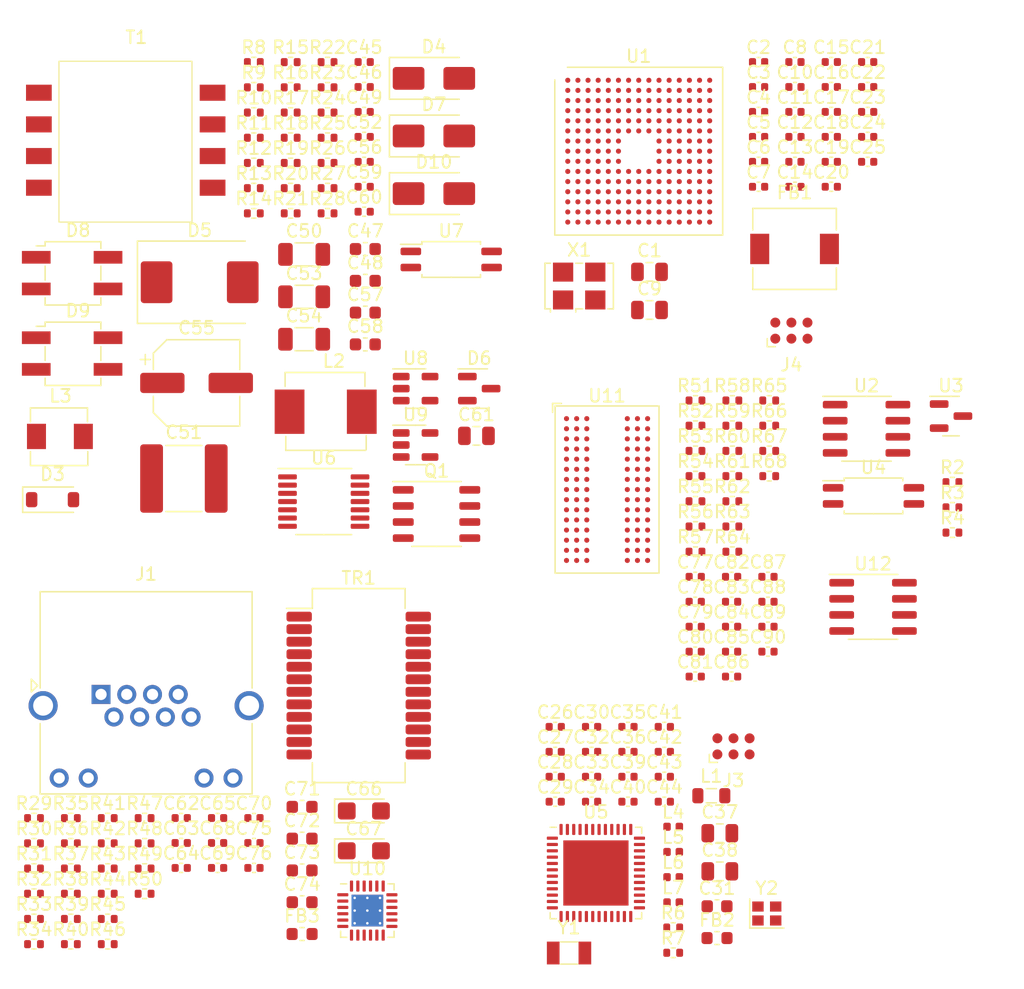
<source format=kicad_pcb>
(kicad_pcb (version 20221018) (generator pcbnew)
  (layers (0 "F.Cu" signal) (31 "B.Cu" signal) (34 "B.Paste" user) (35 "F.Paste" user) (36 "B.SilkS" user "B.Silkscreen") (37 "F.SilkS" user "F.Silkscreen") (38 "B.Mask" user) (39 "F.Mask" user) (44 "Edge.Cuts" user))
  (net 0 "")
  (net 1 "NRST")
  (net 2 "GND")
  (net 3 "+3.3V")
  (net 4 "+3.3VA")
  (net 5 "Net-(C26-Pad1)")
  (net 6 "Net-(U5-RF_N)")
  (net 7 "Net-(C28-Pad1)")
  (net 8 "Net-(U5-RF_P)")
  (net 9 "Net-(C29-Pad2)")
  (net 10 "Net-(C30-Pad1)")
  (net 11 "Net-(C30-Pad2)")
  (net 12 "Net-(U5-DCOUPL)")
  (net 13 "nRESET")
  (net 14 "/Zigbee/VDDS")
  (net 15 "/Zigbee/VDDR")
  (net 16 "X32Q1")
  (net 17 "X32Q2")
  (net 18 "X48M_N")
  (net 19 "X48M_P")
  (net 20 "Net-(U6-CS)")
  (net 21 "GND1")
  (net 22 "VB")
  (net 23 "Net-(D3-K)")
  (net 24 "Net-(C49-Pad1)")
  (net 25 "Net-(D4-K)")
  (net 26 "POE_VDD")
  (net 27 "Net-(C52-Pad1)")
  (net 28 "Net-(D5-K)")
  (net 29 "+5V")
  (net 30 "Net-(D6-COM)")
  (net 31 "Net-(C57-Pad1)")
  (net 32 "Net-(U8-REF)")
  (net 33 "Net-(D6-A)")
  (net 34 "Net-(C59-Pad1)")
  (net 35 "POE_VSS")
  (net 36 "Net-(U10-VDD1A)")
  (net 37 "Net-(U10-VDDCR)")
  (net 38 "Net-(C71-Pad1)")
  (net 39 "VC1N")
  (net 40 "Net-(C72-Pad1)")
  (net 41 "VC2P")
  (net 42 "Net-(C73-Pad1)")
  (net 43 "VC2N")
  (net 44 "Net-(C74-Pad1)")
  (net 45 "VC1P")
  (net 46 "Net-(C75-Pad1)")
  (net 47 "Net-(D3-A)")
  (net 48 "Net-(D4-A)")
  (net 49 "Net-(D5-A)")
  (net 50 "Net-(D6-K)")
  (net 51 "AUX")
  (net 52 "Net-(TR1-MX4-)")
  (net 53 "Net-(TR1-MX4+)")
  (net 54 "Net-(TR1-MX3-)")
  (net 55 "Net-(TR1-MX3+)")
  (net 56 "Net-(J1-Pad9)")
  (net 57 "ETH_LED2")
  (net 58 "Net-(J1-Pad11)")
  (net 59 "ETH_LED1")
  (net 60 "JTAG_TMS")
  (net 61 "JTAG_TDI")
  (net 62 "JTAG_TCK")
  (net 63 "JTAG_TDO")
  (net 64 "SWDIO")
  (net 65 "SWCLK")
  (net 67 "/Zigbee/DCDC_SW")
  (net 68 "Net-(Q1-S-Pad1)")
  (net 69 "Net-(Q1-G)")
  (net 70 "Net-(U3-REF)")
  (net 71 "+24V")
  (net 72 "Net-(R4-Pad1)")
  (net 73 "Net-(D1-K)")
  (net 74 "Net-(D2-K)")
  (net 75 "Net-(U6-DEN)")
  (net 76 "Net-(U6-CLS)")
  (net 77 "Net-(U6-APD)")
  (net 78 "Net-(U6-BLNK)")
  (net 79 "Net-(U6-FRS)")
  (net 80 "Net-(U6-GATE)")
  (net 81 "Net-(R17-Pad2)")
  (net 82 "Net-(R18-Pad2)")
  (net 83 "Net-(R21-Pad1)")
  (net 84 "Net-(U6-CTL)")
  (net 85 "RMII_RXD0")
  (net 86 "Net-(U10-RXD0{slash}MODE0)")
  (net 87 "RMII_RXD1")
  (net 88 "Net-(U10-RXD1{slash}MODE1)")
  (net 89 "RMII_CRS_DV")
  (net 90 "Net-(U10-CRS_DV{slash}MODE2)")
  (net 91 "OSC_25M")
  (net 92 "Net-(U10-XTAL1{slash}CLKIN)")
  (net 93 "RMII_REF_CLK")
  (net 94 "RMII_MDIO")
  (net 95 "TX+")
  (net 96 "TX-")
  (net 97 "RX+")
  (net 98 "RX-")
  (net 99 "Net-(U10-RBIAS)")
  (net 100 "Net-(U11-DQ16)")
  (net 101 "Net-(U11-DQ17)")
  (net 102 "Net-(U11-DQ18)")
  (net 103 "Net-(U11-DQ19)")
  (net 104 "Net-(U11-DQ20)")
  (net 105 "Net-(U11-DQ21)")
  (net 106 "Net-(U11-DQ22)")
  (net 107 "Net-(U11-DQ23)")
  (net 108 "Net-(U11-DQ24)")
  (net 109 "Net-(U11-DQ25)")
  (net 110 "Net-(U11-DQ26)")
  (net 111 "Net-(U11-DQ27)")
  (net 112 "Net-(U11-DQ28)")
  (net 113 "Net-(U11-DQ29)")
  (net 114 "Net-(U11-DQ30)")
  (net 115 "Net-(U11-DQ31)")
  (net 116 "Net-(U11-DQM2)")
  (net 117 "Net-(U11-DQM3)")
  (net 134 "/stm32f467/CAN1_RX")
  (net 135 "/stm32f467/CAN2_RX")
  (net 136 "/stm32f467/CAN1_TX")
  (net 137 "/stm32f467/CAN2_TX")
  (net 146 "FMC_D2")
  (net 148 "FMC_D3")
  (net 149 "FMC_A0")
  (net 154 "FMC_A1")
  (net 168 "FMC_A2")
  (net 173 "FMC_A3")
  (net 188 "FMC_A4")
  (net 199 "Net-(U1-VSS-PadF10)")
  (net 206 "FMC_A5")
  (net 215 "FMC_D1")
  (net 220 "FMC_D15")
  (net 222 "FMC_D0")
  (net 223 "FMC_D14")
  (net 224 "FMC_D13")
  (net 231 "FMC_A6")
  (net 232 "FMC_A11")
  (net 234 "FMC_A8")
  (net 236 "FMC_A7")
  (net 243 "FMC_A10")
  (net 245 "FMC_D5")
  (net 246 "FMC_D6")
  (net 252 "FMC_D8")
  (net 253 "FMC_D11")
  (net 254 "FMC_D4")
  (net 267 "FMC_D7")
  (net 268 "FMC_D9")
  (net 270 "FMC_D12")
  (net 272 "FMC_D10")
  (net 273 "/can.interfaces/CAN1_TX")
  (net 282 "/can.interfaces/CAN1_RX")
  (net 284 "/can.interfaces/CAN1L")
  (net 285 "/can.interfaces/CAN1H")
  (net 286 "/can.interfaces/CAN2_TX")
  (net 287 "/can.interfaces/CAN2_RX")
  (net 300 "/can.interfaces/CAN2L")
  (net 301 "/can.interfaces/CAN2H")
  (net 306 "Net-(U3-K)")
  (net 311 "/Zigbee/ZB_TX")
  (net 312 "/Zigbee/ZB_RX")
  (net 315 "ZB_LED1")
  (net 316 "ZB_LED2")
  (net 322 "/Zigbee/ZB_BL_EN")
  (net 345 "RMII_RXER")
  (net 346 "RMII_MDC")
  (net 347 "RMII_TX_EN")
  (net 348 "RMII_TXD0")
  (net 349 "RMII_TXD1")
  (net 352 "FMC_A9")
  (net 355 "FMC_BA1")
  (net 356 "FMC_SDCLK")
  (net 357 "FMC_SDCKE0")
  (net 358 "FMC_BA0")
  (net 359 "FMC_SDNE0")
  (net 360 "FMC_SDNRAS")
  (net 361 "FMC_NBL1")
  (net 364 "FMC_SDNCAS")
  (net 365 "FMC_SDNWE")
  (net 366 "FMC_NBL0")
  (footprint "Resistor_SMD:R_0402_1005Metric" (layer "F.Cu") (at 86.24 122.9)
    (fp_text reference "R31")
    (fp_text value "33")
  )
  (footprint "Inductor_SMD:L_0402_1005Metric" (layer "F.Cu") (at 136.69 121.59)
    (fp_text reference "L5")
    (fp_text value "LQG15HS2(2nH)")
  )
  (footprint "Capacitor_SMD:C_0603_1608Metric" (layer "F.Cu") (at 107.4 118.03)
    (fp_text reference "C71")
    (fp_text value "22nF")
  )
  (footprint "Resistor_SMD:R_0402_1005Metric" (layer "F.Cu") (at 89.15 124.89)
    (fp_text reference "R38")
    (fp_text value "50")
  )
  (footprint "Capacitor_SMD:C_0402_1005Metric" (layer "F.Cu") (at 143.43 65.12)
    (fp_text reference "C5")
    (fp_text value "100n")
  )
  (footprint "Package_TO_SOT_SMD:HD01" (layer "F.Cu") (at 86.4175 74.63)
    (fp_text reference "D8")
    (fp_text value "HD01")
  )
  (footprint "Resistor_SMD:R_0402_1005Metric" (layer "F.Cu") (at 86.24 118.92)
    (fp_text reference "R29")
    (fp_text value "33")
  )
  (footprint "Capacitor_SMD:C_0402_1005Metric" (layer "F.Cu") (at 103.6 122.85)
    (fp_text reference "C76")
    (fp_text value "100n")
  )
  (footprint "Capacitor_SMD:C_0402_1005Metric" (layer "F.Cu") (at 141.3 101.83)
    (fp_text reference "C83")
    (fp_text value "100n")
  )
  (footprint "Resistor_SMD:R_0402_1005Metric" (layer "F.Cu") (at 144.27 85.94)
    (fp_text reference "R65")
    (fp_text value "10K")
  )
  (footprint "Resistor_SMD:R_0402_1005Metric" (layer "F.Cu") (at 141.36 93.9)
    (fp_text reference "R62")
    (fp_text value "10K")
  )
  (footprint "Resistor_SMD:R_0402_1005Metric" (layer "F.Cu") (at 138.45 89.92)
    (fp_text reference "R53")
    (fp_text value "10K")
  )
  (footprint "Resistor_SMD:R_0402_1005Metric" (layer "F.Cu") (at 141.36 95.89)
    (fp_text reference "R63")
    (fp_text value "10K")
  )
  (footprint "Capacitor_SMD:C_0402_1005Metric" (layer "F.Cu") (at 133.12 115.65)
    (fp_text reference "C39")
    (fp_text value "100n")
  )
  (footprint "Inductor_SMD:POE70P" (layer "F.Cu") (at 85.61 61)
    (fp_text reference "T1")
    (fp_text value "POE70P-50L")
  )
  (footprint "Capacitor_SMD:C_0402_1005Metric" (layer "F.Cu") (at 149.17 61.18)
    (fp_text reference "C16")
    (fp_text value "100n")
  )
  (footprint "Capacitor_SMD:C_0402_1005Metric" (layer "F.Cu") (at 143.43 63.15)
    (fp_text reference "C4")
    (fp_text value "10n")
  )
  (footprint "Resistor_SMD:R_0402_1005Metric" (layer "F.Cu") (at 94.97 122.9)
    (fp_text reference "R49")
    (fp_text value "75")
  )
  (footprint "Capacitor_SMD:C_0402_1005Metric" (layer "F.Cu") (at 135.99 117.62)
    (fp_text reference "C44")
    (fp_text value "1pF")
  )
  (footprint "Capacitor_SMD:C_0805_2012Metric" (layer "F.Cu") (at 121.16 88.73)
    (fp_text reference "C61")
    (fp_text value "1000pF")
  )
  (footprint "Capacitor_SMD:C_0402_1005Metric" (layer "F.Cu") (at 146.3 61.18)
    (fp_text reference "C10")
    (fp_text value "100n")
  )
  (footprint "Resistor_SMD:R_0402_1005Metric" (layer "F.Cu") (at 144.27 89.92)
    (fp_text reference "R67")
    (fp_text value "10K")
  )
  (footprint "Capacitor_SMD:C_0402_1005Metric" (layer "F.Cu") (at 141.3 105.77)
    (fp_text reference "C85")
    (fp_text value "100n")
  )
  (footprint "Capacitor_SMD:C_0402_1005Metric" (layer "F.Cu") (at 149.17 63.15)
    (fp_text reference "C17")
    (fp_text value "100n")
  )
  (footprint "Capacitor_SMD:C_0402_1005Metric" (layer "F.Cu") (at 152.04 61.18)
    (fp_text reference "C22")
    (fp_text value "100n")
  )
  (footprint "Crystal:Crystal_SMD_3215-2Pin_3.2x1.5mm" (layer "F.Cu") (at 128.47 129.57)
    (fp_text reference "Y1")
    (fp_text value "32.768kHz")
  )
  (footprint "Capacitor_SMD:C_0402_1005Metric" (layer "F.Cu") (at 146.3 63.15)
    (fp_text reference "C11")
    (fp_text value "100n")
  )
  (footprint "Capacitor_SMD:C_0402_1005Metric" (layer "F.Cu") (at 138.43 107.74)
    (fp_text reference "C81")
    (fp_text value "100n")
  )
  (footprint "Capacitor_SMD:C_0402_1005Metric" (layer "F.Cu") (at 141.3 103.8)
    (fp_text reference "C84")
    (fp_text value "100n")
  )
  (footprint "Capacitor_SMD:C_0603_1608Metric" (layer "F.Cu") (at 112.39 73.98)
    (fp_text reference "C47")
    (fp_text value "1uF")
  )
  (footprint "Resistor_SMD:R_0402_1005Metric" (layer "F.Cu") (at 92.06 122.9)
    (fp_text reference "R43")
    (fp_text value "330")
  )
  (footprint "Package_TO_SOT_SMD:SOT-23" (layer "F.Cu") (at 121.38 85)
    (fp_text reference "D6")
    (fp_text value "BAT54S")
  )
  (footprint "Capacitor_SMD:C_2220_5650Metric" (layer "F.Cu") (at 98.07 92.1)
    (fp_text reference "C51")
    (fp_text value "10uF")
  )
  (footprint "Resistor_SMD:R_0402_1005Metric" (layer "F.Cu") (at 103.59 59.22)
    (fp_text reference "R8")
    (fp_text value "24.9k")
  )
  (footprint "Resistor_SMD:R_0402_1005Metric" (layer "F.Cu") (at 141.36 87.93)
    (fp_text reference "R59")
    (fp_text value "10K")
  )
  (footprint "Capacitor_SMD:C_0805_2012Metric" (layer "F.Cu") (at 140.37 120.11)
    (fp_text reference "C37")
    (fp_text value "22uF")
  )
  (footprint "Diode_SMD:D_SMC" (layer "F.Cu") (at 99.315 76.6)
    (fp_text reference "D5")
    (fp_text value "MBRS540")
  )
  (footprint "Resistor_SMD:R_0402_1005Metric" (layer "F.Cu") (at 138.45 85.94)
    (fp_text reference "R51")
    (fp_text value "10K")
  )
  (footprint "Resistor_SMD:R_0402_1005Metric" (layer "F.Cu") (at 103.59 61.21)
    (fp_text reference "R9")
    (fp_text value "1.27k")
  )
  (footprint "Capacitor_SMD:C_0603_1608Metric" (layer "F.Cu") (at 107.4 123.05)
    (fp_text reference "C73")
    (fp_text value "22nF")
  )
  (footprint "Capacitor_SMD:C_0402_1005Metric" (layer "F.Cu") (at 149.17 69.06)
    (fp_text reference "C20")
    (fp_text value "100n")
  )
  (footprint "Capacitor_SMD:C_0402_1005Metric" (layer "F.Cu") (at 135.99 111.71)
    (fp_text reference "C41")
    (fp_text value "1pF")
  )
  (footprint "Capacitor_SMD:C_0402_1005Metric" (layer "F.Cu") (at 149.17 59.21)
    (fp_text reference "C15")
    (fp_text value "100n")
  )
  (footprint "Inductor_SMD:L_0402_1005Metric" (layer "F.Cu") (at 136.69 123.58)
    (fp_text reference "L6")
    (fp_text value "LQG15HS2(2.4nH)")
  )
  (footprint "Capacitor_SMD:C_0402_1005Metric" (layer "F.Cu") (at 146.3 67.09)
    (fp_text reference "C13")
    (fp_text value "100n")
  )
  (footprint "Capacitor_SMD:C_0402_1005Metric" (layer "F.Cu") (at 130.25 115.65)
    (fp_text reference "C33")
    (fp_text value "100n")
  )
  (footprint "Resistor_SMD:R_0402_1005Metric" (layer "F.Cu") (at 109.41 63.2)
    (fp_text reference "R24")
    (fp_text value "11K")
  )
  (footprint "Capacitor_SMD:C_0402_1005Metric" (layer "F.Cu") (at 149.17 65.12)
    (fp_text reference "C18")
    (fp_text value "100n")
  )
  (footprint "Diode_SMD:D_SOD-123" (layer "F.Cu") (at 87.705 93.77)
    (fp_text reference "D3")
    (fp_text value "MMSD4148")
  )
  (footprint "Oscillator:Oscillator_SMD_SeikoEpson_SG8002LB-4Pin_5.0x3.2mm" (layer "F.Cu") (at 129.27 76.9)
    (fp_text reference "X1")
    (fp_text value "SG-5032CAN")
  )
  (footprint "Inductor_SMD:L_4.4x4.2_H2" (layer "F.Cu") (at 85.535 86.175)
    (fp_text reference "L3")
    (fp_text value "0.33uH")
  )
  (footprint "Resistor_SMD:R_0402_1005Metric" (layer "F.Cu") (at 141.36 89.92)
    (fp_text reference "R60")
    (fp_text value "10K")
  )
  (footprint "Resistor_SMD:R_0402_1005Metric" (layer "F.Cu") (at 109.41 61.21)
    (fp_text reference "R23")
    (fp_text value "2K")
  )
  (footprint "Resistor_SMD:R_0402_1005Metric" (layer "F.Cu") (at 106.5 63.2)
    (fp_text reference "R17")
    (fp_text value "10R")
  )
  (footprint "Resistor_SMD:R_0402_1005Metric" (layer "F.Cu") (at 106.5 71.16)
    (fp_text reference "R21")
    (fp_text value "575R")
  )
  (footprint "Capacitor_SMD:C_0402_1005Metric" (layer "F.Cu") (at 97.86 120.88)
    (fp_text reference "C63")
    (fp_text value "100n")
  )
  (footprint "Capacitor_SMD:C_0402_1005Metric" (layer "F.Cu") (at 143.43 69.06)
    (fp_text reference "C7")
    (fp_text value "100n")
  )
  (footprint "Resistor_SMD:R_0402_1005Metric" (layer "F.Cu") (at 86.24 124.89)
    (fp_text reference "R32")
    (fp_text value "100")
  )
  (footprint "Resistor_SMD:R_0402_1005Metric" (layer "F.Cu") (at 109.41 67.18)
    (fp_text reference "R26")
    (fp_text value "1.5K")
  )
  (footprint "Package_SO:SOP-4_4.4x2.6mm_P1.27mm" (layer "F.Cu") (at 152.5 93.47)
    (fp_text reference "U4")
    (fp_text value "TCMT1107")
  )
  (footprint "Resistor_SMD:R_0402_1005Metric" (layer "F.Cu") (at 144.27 91.91)
    (fp_text reference "R68")
    (fp_text value "10K")
  )
  (footprint "Resistor_SMD:R_0402_1005Metric" (layer "F.Cu") (at 144.27 87.93)
    (fp_text reference "R66")
    (fp_text value "10K")
  )
  (footprint "Capacitor_SMD:C_0603_1608Metric" (layer "F.Cu") (at 112.39 81.51)
    (fp_text reference "C58")
    (fp_text value "470pF")
  )
  (footprint "Capacitor_SMD:C_0402_1005Metric" (layer "F.Cu") (at 112.3 59.21)
    (fp_text reference "C45")
    (fp_text value "DNP")
  )
  (footprint "Capacitor_SMD:C_0402_1005Metric" (layer "F.Cu") (at 143.43 67.09)
    (fp_text reference "C6")
    (fp_text value "1u")
  )
  (footprint "Capacitor_SMD:C_0402_1005Metric" (layer "F.Cu") (at 152.04 59.21)
    (fp_text reference "C21")
    (fp_text value "100n")
  )
  (footprint "Capacitor_SMD:C_0402_1005Metric" (layer "F.Cu") (at 127.38 117.62)
    (fp_text reference "C29")
    (fp_text value "12pF")
  )
  (footprint "Resistor_SMD:R_0402_1005Metric" (layer "F.Cu") (at 106.5 69.17)
    (fp_text reference "R20")
    (fp_text value "10R")
  )
  (footprint "Resistor_SMD:R_0402_1005Metric" (layer "F.Cu") (at 138.45 97.88)
    (fp_text reference "R57")
    (fp_text value "10K")
  )
  (footprint "Resistor_SMD:R_0402_1005Metric" (layer "F.Cu") (at 158.73 96.37)
    (fp_text reference "R4")
    (fp_text value "575")
  )
  (footprint "Capacitor_SMD:C_0402_1005Metric" (layer "F.Cu") (at 103.6 120.88)
    (fp_text reference "C75")
    (fp_text value "DNP")
  )
  (footprint "Capacitor_SMD:C_0402_1005Metric" (layer "F.Cu") (at 138.43 103.8)
    (fp_text reference "C79")
    (fp_text value "100n")
  )
  (footprint "Resistor_SMD:R_0402_1005Metric" (layer "F.Cu") (at 94.97 124.89)
    (fp_text reference "R50")
    (fp_text value "75")
  )
  (footprint "Resistor_SMD:R_0402_1005Metric" (layer "F.Cu") (at 92.06 120.91)
    (fp_text reference "R42")
    (fp_text value "12.1K")
  )
  (footprint "Resistor_SMD:R_0402_1005Metric" (layer "F.Cu") (at 94.97 120.91)
    (fp_text reference "R48")
    (fp_text value "75")
  )
  (footprint "Resistor_SMD:R_0402_1005Metric" (layer "F.Cu") (at 92.06 118.92)
    (fp_text reference "R41")
    (fp_text value "50")
  )
  (footprint "Resistor_SMD:R_0402_1005Metric" (layer "F.Cu") (at 106.5 59.22)
    (fp_text reference "R15")
    (fp_text value "1K")
  )
  (footprint "Resistor_SMD:R_0402_1005Metric" (layer "F.Cu") (at 106.5 65.19)
    (fp_text reference "R18")
    (fp_text value "10R")
  )
  (footprint "Resistor_SMD:R_0402_1005Metric" (layer "F.Cu") (at 138.45 87.93)
    (fp_text reference "R52")
    (fp_text value "10K")
  )
  (footprint "Capacitor_SMD:C_0402_1005Metric" (layer "F.Cu") (at 135.99 113.68)
    (fp_text reference "C42")
    (fp_text value "1pF")
  )
  (footprint "Capacitor_SMD:C_0402_1005Metric" (layer "F.Cu") (at 144.17 105.77)
    (fp_text reference "C90")
    (fp_text value "100n")
  )
  (footprint "Capacitor_SMD:C_0402_1005Metric" (layer "F.Cu") (at 133.12 113.68)
    (fp_text reference "C36")
    (fp_text value "100n")
  )
  (footprint "Resistor_SMD:R_0402_1005Metric" (layer "F.Cu") (at 103.59 67.18)
    (fp_text reference "R12")
    (fp_text value "59k")
  )
  (footprint "Resistor_SMD:R_0402_1005Metric" (layer "F.Cu") (at 138.45 91.91)
    (fp_text reference "R54")
    (fp_text value "10K")
  )
  (footprint "Inductor_SMD:L_0402_1005Metric" (layer "F.Cu") (at 136.69 125.57)
    (fp_text reference "L7")
    (fp_text value "LQG15HS2(2.4nH)")
  )
  (footprint "Capacitor_SMD:C_1206_3216Metric" (layer "F.Cu") (at 107.56 77.75)
    (fp_text reference "C53")
    (fp_text value "22uF")
  )
  (footprint "Capacitor_SMD:C_0402_1005Metric" (layer "F.Cu") (at 127.38 113.68)
    (fp_text reference "C27")
    (fp_text value "1pF")
  )
  (footprint "Capacitor_SMD:C_0402_1005Metric" (layer "F.Cu") (at 112.3 71.03)
    (fp_text reference "C60")
    (fp_text value "0.1uF")
  )
  (footprint "Resistor_SMD:R_0402_1005Metric" (layer "F.Cu") (at 141.36 91.91)
    (fp_text reference "R61")
    (fp_text value "10K")
  )
  (footprint "Capacitor_SMD:C_0402_1005Metric" (layer "F.Cu") (at 103.6 118.91)
    (fp_text reference "C70")
    (fp_text value "470pF")
  )
  (footprint "Capacitor_SMD:C_1206_3216Metric" (layer "F.Cu") (at 107.56 74.4)
    (fp_text reference "C50")
    (fp_text value "2.2uF")
  )
  (footprint "Resistor_SMD:R_0402_1005Metric" (layer "F.Cu") (at 136.69 127.56)
    (fp_text reference "R6")
    (fp_text value "1k")
  )
  (footprint "Resistor_SMD:R_0402_1005Metric" (layer "F.Cu") (at 103.59 65.19)
    (fp_text reference "R11")
    (fp_text value "80.6k")
  )
  (footprint "Capacitor_SMD:C_0402_1005Metric" (layer "F.Cu") (at 112.3 69.06)
    (fp_text reference "C59")
    (fp_text value "0.022uF")
  )
  (footprint "Resistor_SMD:R_0402_1005Metric" (layer "F.Cu") (at 138.45 95.89)
    (fp_text reference "R56")
    (fp_text value "10K")
  )
  (footprint "Resistor_SMD:R_0402_1005Metric" (layer "F.Cu") (at 109.41 71.16)
    (fp_text reference "R28")
    (fp_text value "0")
  )
  (footprint "Package_TO_SOT_SMD:SOT-23-5" (layer "F.Cu") (at 116.36 85)
    (fp_text reference "U8")
    (fp_text value "TLV431AIDBVR")
  )
  (footprint "Capacitor_SMD:C_0603_1608Metric" (layer "F.Cu") (at 140.15 125.88)
    (fp_text reference "C31")
    (fp_text value "10uF")
  )
  (footprint "Inductor_SMD:L_0603_1608Metric" (layer "F.Cu") (at 140.15 128.39)
    (fp_text reference "FB2")
    (fp_text value "BLM18HE152SN1D")
  )
  (footprint "Resistor_SMD:R_0402_1005Metric" (layer "F.Cu") (at 92.06 124.89)
    (fp_text reference "R44")
    (fp_text value "330")
  )
  (footprint "Resistor_SMD:R_0402_1005Metric" (layer "F.Cu") (at 94.97 118.92)
    (fp_text reference "R47")
    (fp_text value "75")
  )
  (footprint "Package_SO:SOIC-8_3.9x4.9mm_P1.27mm" (layer "F.Cu") (at 151.95 88.17)
    (fp_text reference "U2")
    (fp_text value "TJA1051T")
  )
  (footprint "Capacitor_SMD:C_1206_3216Metric" (layer "F.Cu") (at 107.56 81.1)
    (fp_text reference "C54")
    (fp_text value "22uF")
  )
  (footprint "Capacitor_SMD:C_0402_1005Metric" (layer "F.Cu") (at 127.38 111.71)
    (fp_text reference "C26")
    (fp_text value "1pF")
  )
  (footprint "Capacitor_Tantalum_SMD:CP_EIA-3216-18_Kemet-A" (layer "F.Cu") (at 112.275 121.5)
    (fp_text reference "C67")
    (fp_text value "10uF")
  )
  (footprint "Capacitor_SMD:C_0402_1005Metric" (layer "F.Cu") (at 149.17 67.09)
    (fp_text reference "C19")
    (fp_text value "100n")
  )
  (footprint "Capacitor_SMD:C_0402_1005Metric" (layer "F.Cu") (at 97.86 118.91)
    (fp_text reference "C62")
    (fp_text value "100n")
  )
  (footprint "Diode_SMD:D_SMA" (layer "F.Cu") (at 117.805 65.05)
    (fp_text reference "D7")
    (fp_text value "SMAJ58A")
  )
  (footprint "Capacitor_SMD:C_0603_1608Metric" (layer "F.Cu") (at 107.4 125.56)
    (fp_text reference "C74")
    (fp_text value "22nF")
  )
  (footprint "Capacitor_SMD:C_0402_1005Metric" (layer "F.Cu") (at 138.43 105.77)
    (fp_text reference "C80")
    (fp_text value "100n")
  )
  (footprint "Capacitor_SMD:C_0402_1005Metric" (layer "F.Cu") (at 100.73 120.88)
    (fp_text reference "C68")
    (fp_text value "100n")
  )
  (footprint "Capacitor_SMD:C_0805_2012Metric" (layer "F.Cu") (at 140.37 123.12)
    (fp_text reference "C38")
    (fp_text value "22uF")
  )
  (footprint "Capacitor_SMD:C_0402_1005Metric" (layer "F.Cu") (at 112.3 65.12)
    (fp_text reference "C52")
    (fp_text value "1000pF")
  )
  (footprint "Resistor_SMD:R_0402_1005Metric" (layer "F.Cu") (at 138.45 93.9)
    (fp_text reference "R55")
    (fp_text value "10K")
  )
  (footprint "Resistor_SMD:R_0402_1005Metric" (layer "F.Cu") (at 158.73 92.39)
    (fp_text reference "R2")
    (fp_text value "40k")
  )
  (footprint "Connector:Tag-Connect_TC2030-IDC-NL_2x03_P1.27mm_Vertical" (layer "F.Cu") (at 141.45 113.25)
    (fp_text reference "J3")
    (fp_text value "JTAG")
  )
  (footprint "Package_DFN_QFN:VQFN-24-1EP_4x4mm_P0.5mm_EP2.5x2.5mm_ThermalVias" (layer "F.Cu") (at 112.55 126.22)
    (fp_text reference "U10")
    (fp_text value "LAN8742A")
  )
  (footprint "Resistor_SMD:R_0402_1005Metric" (layer "F.Cu") (at 109.41 65.19)
    (fp_text reference "R25")
    (fp_text value "34K")
  )
  (footprint "Capacitor_SMD:C_0402_1005Metric" (layer "F.Cu") (at 143.43 59.21)
    (fp_text reference "C2")
    (fp_text value "10u")
  )
  (footprint "Connector:Tag-Connect_TC2030-IDC-NL_2x03_P1.27mm_Vertical" (layer "F.Cu") (at 146.02 80.42)
    (fp_text reference "J4")
    (fp_text value "SWO")
  )
  (footprint "Connector_RJ:RJ45_Amphenol_RJHSE538X" (layer "F.Cu") (at 91.53 109.15)
    (fp_text reference "J1")
    (fp_text value "8P8C_LED_Shielded")
  )
  (footprint "Package_SO:SOP-8_3.9x4.9mm_P1.27mm" (layer "F.Cu") (at 118.01 94.9)
    (fp_text reference "Q1")
    (fp_text value "Si4848DY")
  )
  (footprint "Capacitor_SMD:C_0402_1005Metric" (layer "F.Cu") (at 112.3 63.15)
    (fp_text reference "C49")
    (fp_text value "0.1uF")
  )
  (footprint "Resistor_SMD:R_0402_1005Metric" (layer "F.Cu") (at 92.06 128.87)
    (fp_text reference "R46")
    (fp_text value "10K")
  )
  (footprint "Resistor_SMD:R_0402_1005Metric" (layer "F.Cu") (at 103.59 71.16)
    (fp_text reference "R14")
    (fp_text value "10R")
  )
  (footprint "Package_TO_SOT_SMD:HD01" (layer "F.Cu") (at 86.4175 80.98)
    (fp_text reference "D9")
    (fp_text value "HD01")
  )
  (footprint "Resistor_SMD:R_0402_1005Metric" (layer "F.Cu") (at 86.24 126.88)
    (fp_text reference "R33")
    (fp_text value "4.7K")
  )
  (footprint "Capacitor_SMD:C_0402_1005Metric" (layer "F.Cu") (at 146.3 65.12)
    (fp_text reference "C12")
    (fp_text value "100n")
  )
  (footprint "Package_DFN_QFN:VQFN-48-1EP_7x7mm_P0.5mm_EP5.15x5.15mm" (layer "F.Cu") (at 130.59 123.25)
    (fp_text reference "U5")
    (fp_text value "~")
  )
  (footprint "Capacitor_SMD:C_0402_1005Metric" (layer "F.Cu") (at 141.3 99.86)
    (fp_text reference "C82")
    (fp_text value "100n")
  )
  (footprint "Resistor_SMD:R_0402_1005Metric" (layer "F.Cu") (at 158.73 94.38)
    (fp_text reference "R3")
    (fp_text value "5k")
  )
  (footprint "Resistor_SMD:R_0402_1005Metric" (layer "F.Cu") (at 106.5 67.18)
    (fp_text reference "R19")
    (fp_text value "39K")
  )
  (footprint "Capacitor_Tantalum_SMD:CP_EIA-3216-18_Kemet-A" (layer "F.Cu") (at 112.275 118.35)
    (fp_text reference "C66")
    (fp_text value "10uF")
  )
  (footprint "Inductor_SMD:L_6.3x6.3_H3" (layer "F.Cu") (at 146.27 73.97)
    (fp_text reference "FB1")
    (fp_text value "120R")
  )
  (footprint "Capacitor_SMD:C_0402_1005Metric" (layer "F.Cu") (at 138.43 99.86)
    (fp_text reference "C77")
    (fp_text value "100n")
  )
  (footprint "Capacitor_SMD:C_0402_1005Metric" (layer "F.Cu") (at 97.86 122.85)
    (fp_text reference "C64")
    (fp_text value "100n")
  )
  (footprint "Package_TO_SOT_SMD:SOT-23-5" (layer "F.Cu") (at 116.36 89.45)
    (fp_text reference "U9")
    (fp_text value "TPS73633DBV")
  )
  (footprint "Resistor_SMD:R_0402_1005Metric" (layer "F.Cu") (at 89.15 120.91)
    (fp_text reference "R36")
    (fp_text value "4.7K")
  )
  (footprint "Capacitor_SMD:C_0402_1005Metric" (layer "F.Cu") (at 130.25 113.68)
    (fp_text reference "C32")
    (fp_text value "100n")
  )
  (footprint "Resistor_SMD:R_0402_1005Metric" (layer "F.Cu") (at 89.15 126.88)
    (fp_text reference "R39")
    (fp_text value "50")
  )
  (footprint "Package_BGA:TFBGA-216_13x13mm_Layout15x15_P0.8mm" (layer "F.Cu") (at 133.97 66.25)
    (fp_text reference "U1")
    (fp_text value "STM32F746NGHx")
  )
  (footprint "Inductor_SMD:L_0603_1608Metric" (layer "F.Cu") (at 107.4 128.07)
    (fp_text reference "FB3")
    (fp_text value "BLM18PG121")
  )
  (footprint "Capacitor_SMD:C_0805_2012Metric" (layer "F.Cu") (at 134.82 75.78)
    (fp_text reference "C1")
    (fp_text value "100n")
  )
  (footprint "Package_SO:SOP-4_4.4x2.6mm_P1.27mm" (layer "F.Cu") (at 119.17 74.8)
    (fp_text reference "U7")
    (fp_text value "TCMT1107")
  )
  (footprint "Resistor_SMD:R_0402_1005Metric" (layer "F.Cu") (at 141.36 97.88)
    (fp_text reference "R64")
    (fp_text value "10K")
  )
  (footprint "Capacitor_SMD:CP_Elec_6.3x7.7" (layer "F.Cu") (at 99.07 84.55)
    (fp_text reference "C55")
    (fp_text value "470uF")
  )
  (footprint "Resistor_SMD:R_0402_1005Metric" (layer "F.Cu") (at 109.41 69.17)
    (fp_text reference "R27")
    (fp_text value "301R")
  )
  (footprint "Capacitor_SMD:C_0402_1005Metric" (layer "F.Cu") (at 127.38 115.65)
    (fp_text reference "C28")
    (fp_text value "1pF")
  )
  (footprint "Resistor_SMD:R_0402_1005Metric" (layer "F.Cu") (at 86.24 128.87)
    (fp_text reference "R34")
    (fp_text value "4.7K")
  )
  (footprint "Capacitor_SMD:C_0402_1005Metric" (layer "F.Cu") (at 130.25 117.62)
    (fp_text reference "C34")
    (fp_text value "100n")
  )
  (footprint "Capacitor_SMD:C_0402_1005Metric" (layer "F.Cu") (at 112.3 67.09)
    (fp_text reference "C56")
    (fp_text value "1uF")
  )
  (footprint "Capacitor_SMD:C_0603_1608Metric" (layer "F.Cu") (at 112.39 79)
    (fp_text reference "C57")
    (fp_text value "0.015uF")
  )
  (footprint "Capacitor_SMD:C_0402_1005Metric" (layer "F.Cu") (at 135.99 115.65)
    (fp_text reference "C43")
    (fp_text value "1pF")
  )
  (footprint "Capacitor_SMD:C_0402_1005Metric" (layer "F.Cu") (at 133.12 117.62)
    (fp_text reference "C40")
    (fp_text value "100n")
  )
  (footprint "Capacitor_SMD:C_0402_1005Metric" (layer "F.Cu") (at 112.3 61.18)
    (fp_text reference "C46")
    (fp_text value "100n")
  )
  (footprint "Capacitor_SMD:C_0402_1005Metric" (layer "F.Cu") (at 146.3 59.21)
    (fp_text reference "C8")
    (fp_text value "100n")
  )
  (footprint "Capacitor_SMD:C_0402_1005Metric" (layer "F.Cu") (at 152.04 67.09)
    (fp_text reference "C25")
    (fp_text value "100n")
  )
  (footprint "Resistor_SMD:R_0402_1005Metric" (layer "F.Cu") (at 89.15 118.92)
    (fp_text reference "R35")
    (fp_text value "4.7K")
  )
  (footprint "Resistor_SMD:R_0402_1005Metric" (layer "F.Cu") (at 103.59 63.2)
    (fp_text reference "R10")
    (fp_text value "39.2k")
  )
  (footprint "Capacitor_SMD:C_0402_1005Metric" (layer "F.Cu") (at 144.17 103.8)
    (fp_text reference "C89")
    (fp_text value "100n")
  )
  (footprint "Inductor_SMD:L_0402_1005Metric" (layer "F.Cu") (at 136.69 119.6)
    (fp_text reference "L4")
    (fp_text value "LQG15HS1(2nH)")
  )
  (footprint "Capacitor_SMD:C_0402_1005Metric" (layer "F.Cu") (at 141.3 107.74)
    (fp_text reference "C86")
    (fp_text value "100n")
  )
  (footprint "Capacitor_SMD:C_0603_1608Metric" (layer "F.Cu") (at 112.39 76.49)
    (fp_text reference "C48")
    (fp_text value "10uF")
  )
  (footprint "Crystal:Crystal_SMD_2016-4Pin_2.0x1.6mm" (layer "F.Cu") (at 144.08 126.45)
    (fp_text reference "Y2")
    (fp_text value "Q22FA12800150")
  )
  (footprint "Capacitor_SMD:C_0805_2012Metric" (layer "F.Cu") (at 134.82 78.79)
    (fp_text reference "C9")
    (fp_text value "1u")
  )
  (footprint "Capacitor_SMD:C_0402_1005Metric" (layer "F.Cu") (at 143.43 61.18)
    (fp_text reference "C3")
    (fp_text value "100n")
  )
  (footprint "Capacitor_SMD:C_0402_1005Metric" (layer "F.Cu") (at 152.04 65.12)
    (fp_text reference "C24")
    (fp_text value "100n")
  )
  (footprint "Capacitor_SMD:C_0402_1005Metric" (layer "F.Cu") (at 133.12 111.71)
    (fp_text reference "C35")
    (fp_text value "100n")
  )
  (footprint "Resistor_SMD:R_0402_1005Metric" (layer "F.Cu") (at 89.15 128.87)
    (fp_text reference "R40")
    (fp_text value "50")
  )
  (footprint "Capacitor_SMD:C_0402_1005Metric" (layer "F.Cu") (at 100.73 122.85)
    (fp_text reference "C69")
    (fp_text value "1uF")
  )
  (footprint "Resistor_SMD:R_0402_1005Metric" (layer "F.Cu") (at 89.15 122.9)
    (fp_text reference "R37")
    (fp_text value "4.7K")
  )
  (footprint "Resistor_SMD:R_0402_1005Metric" (layer "F.Cu") (at 103.59 69.17)
    (fp_text reference "R13")
    (fp_text value "392k")
  )
  (footprint "Resistor_SMD:R_0402_1005Metric" (layer "F.Cu") (at 109.41 59.22)
    (fp_text reference "R22")
    (fp_text value "1K")
  )
  (footprint "Package_SO:SOIC-8_3.9x4.9mm_P1.27mm" (layer "F.Cu") (at 152.465 102.235)
    (fp_text reference "U12")
    (fp_text value "TJA1051T")
  )
  (footprint "Capacitor_SMD:C_0402_1005Metric" (layer "F.Cu") (at 130.25 111.71)
    (fp_text reference "C30")
    (fp_text value "12pF")
  )
  (footprint "Capacitor_SMD:C_0402_1005Metric" (layer "F.Cu") (at 152.04 63.15)
    (fp_text reference "C23")
    (fp_text value "100n")
  )
  (footprint "Capacitor_SMD:C_0402_1005Metric" (layer "F.Cu") (at 144.17 101.83)
    (fp_text reference "C88")
    (fp_text value "100n")
  )
  (footprint "Package_BGA:BGA-90_8.0x13.0mm_Layout2x3x15_P0.8mm" (layer "F.Cu") (at 131.47 92.97)
    (fp_text reference "U11")
    (fp_text value "IS42S32800J-7BLI")
  )
  (footprint "Capacitor_SMD:C_0603_1608Metric" (layer "F.Cu") (at 107.4 120.54)
    (fp_text reference "C72")
    (fp_text value "22nF")
  )
  (footprint "Transformer_SMD:Transformer_Ethernet_YDS_30F-51NL_SO-24_7.1x15.1mm" (layer "F.Cu") (at 111.87 108.45)
    (fp_text reference "TR1")
    (fp_text value "30F-51NL")
  )
  (footprint "Capacitor_SMD:C_0402_1005Metric" (layer "F.Cu") (at 146.3 69.06)
    (fp_text reference "C14")
    (fp_text value "100n")
  )
  (footprint "Capacitor_SMD:C_0402_1005Metric" (layer "F.Cu") (at 144.17 99.86)
    (fp_text reference "C87")
    (fp_text value "100n")
  )
  (footprint "Resistor_SMD:R_0402_1005Metric" (layer "F.Cu") (at 141.36 85.94)
    (fp_text reference "R58")
    (fp_text value "10K")
  )
  (footprint "Resistor_SMD:R_0402_1005Metric" (layer "F.Cu") (at 106.5 61.21)
    (fp_text reference "R16")
    (fp_text value "0.5(0.25W)")
  )
  (footprint "Diode_SMD:D_SMA" (layer "F.Cu") (at 117.805 69.6)
    (fp_text reference "D10")
    (fp_text value "MURA120")
  )
  (footprint "Package_SO:TSSOP-14_4.4x5mm_P0.65mm" (layer "F.Cu") (at 109.11 93.92)
    (fp_text reference "U6")
    (fp_text value "TPS23753")
  )
  (footprint "Inductor_SMD:L_0805_2012Metric" (layer "F.Cu") (at 139.7 117.15)
    (fp_text reference "L1")
    (fp_text value "6.8uH")
  )
  (footprint "Resistor_SMD:R_0402_1005Metric" (layer "F.Cu") (at 86.24 120.91)
    (fp_text reference "R30")
    (fp_text value "33")
  )
  (footprint "Package_TO_SOT_SMD:SOT-23" (layer "F.Cu") (at 158.62 87.17)
    (fp_text reference "U3")
    (fp_text value "TL431(2.5-36)")
  )
  (footprint "Diode_SMD:D_SMA" (layer "F.Cu") (at 117.805 60.5)
    (fp_text reference "D4")
    (fp_text value "MURA120")
  )
  (footprint "Inductor_SMD:L_6.6x7.2_H3" (layer "F.Cu") (at 105.61 83.525)
    (fp_text reference "L2")
    (fp_text value "3.3uH")
  )
  (footprint "Capacitor_SMD:C_0402_1005Metric" (layer "F.Cu") (at 138.43 101.83)
    (fp_text reference "C78")
    (fp_text value "100n")
  )
  (footprint "Capacitor_SMD:C_0402_1005Metric" (layer "F.Cu") (at 100.73 118.91)
    (fp_text reference "C65")
    (fp_text value "100n")
  )
  (footprint "Resistor_SMD:R_0402_1005Metric" (layer "F.Cu") (at 136.69 129.55)
    (fp_text reference "R7")
    (fp_text value "1k")
  )
  (footprint "Resistor_SMD:R_0402_1005Metric" (layer "F.Cu") (at 92.06 126.88)
    (fp_text reference "R45")
    (fp_text value "10K")
  )
)
</source>
